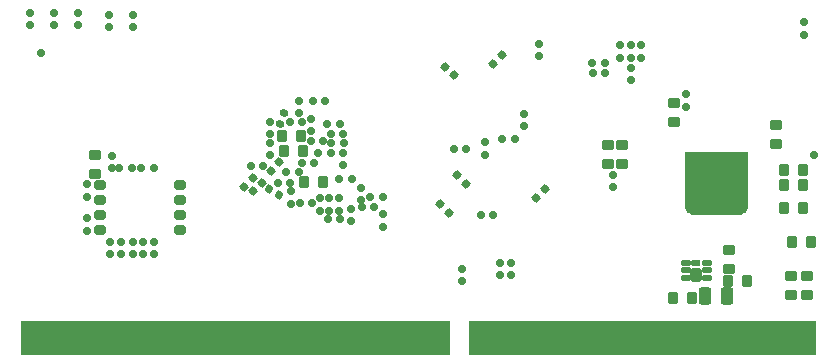
<source format=gbs>
G04*
G04 #@! TF.GenerationSoftware,Altium Limited,Altium Designer,22.5.1 (42)*
G04*
G04 Layer_Color=16711935*
%FSLAX24Y24*%
%MOIN*%
G70*
G04*
G04 #@! TF.SameCoordinates,15B8646E-C553-4937-87EE-17013A6B0CAB*
G04*
G04*
G04 #@! TF.FilePolarity,Negative*
G04*
G01*
G75*
%ADD29C,0.0277*%
G04:AMPARAMS|DCode=30|XSize=35.6mil|YSize=39.5mil|CornerRadius=7.4mil|HoleSize=0mil|Usage=FLASHONLY|Rotation=270.000|XOffset=0mil|YOffset=0mil|HoleType=Round|Shape=RoundedRectangle|*
%AMROUNDEDRECTD30*
21,1,0.0356,0.0246,0,0,270.0*
21,1,0.0207,0.0395,0,0,270.0*
1,1,0.0149,-0.0123,-0.0103*
1,1,0.0149,-0.0123,0.0103*
1,1,0.0149,0.0123,0.0103*
1,1,0.0149,0.0123,-0.0103*
%
%ADD30ROUNDEDRECTD30*%
%ADD32R,0.0374X0.1122*%
G04:AMPARAMS|DCode=40|XSize=58mil|YSize=43mil|CornerRadius=8.4mil|HoleSize=0mil|Usage=FLASHONLY|Rotation=270.000|XOffset=0mil|YOffset=0mil|HoleType=Round|Shape=RoundedRectangle|*
%AMROUNDEDRECTD40*
21,1,0.0580,0.0263,0,0,270.0*
21,1,0.0413,0.0430,0,0,270.0*
1,1,0.0168,-0.0131,-0.0206*
1,1,0.0168,-0.0131,0.0206*
1,1,0.0168,0.0131,0.0206*
1,1,0.0168,0.0131,-0.0206*
%
%ADD40ROUNDEDRECTD40*%
G04:AMPARAMS|DCode=41|XSize=23.7mil|YSize=27.7mil|CornerRadius=6mil|HoleSize=0mil|Usage=FLASHONLY|Rotation=180.000|XOffset=0mil|YOffset=0mil|HoleType=Round|Shape=RoundedRectangle|*
%AMROUNDEDRECTD41*
21,1,0.0237,0.0157,0,0,180.0*
21,1,0.0118,0.0277,0,0,180.0*
1,1,0.0119,-0.0059,0.0079*
1,1,0.0119,0.0059,0.0079*
1,1,0.0119,0.0059,-0.0079*
1,1,0.0119,-0.0059,-0.0079*
%
%ADD41ROUNDEDRECTD41*%
G04:AMPARAMS|DCode=42|XSize=23.7mil|YSize=27.7mil|CornerRadius=6mil|HoleSize=0mil|Usage=FLASHONLY|Rotation=270.000|XOffset=0mil|YOffset=0mil|HoleType=Round|Shape=RoundedRectangle|*
%AMROUNDEDRECTD42*
21,1,0.0237,0.0157,0,0,270.0*
21,1,0.0118,0.0277,0,0,270.0*
1,1,0.0119,-0.0079,-0.0059*
1,1,0.0119,-0.0079,0.0059*
1,1,0.0119,0.0079,0.0059*
1,1,0.0119,0.0079,-0.0059*
%
%ADD42ROUNDEDRECTD42*%
G04:AMPARAMS|DCode=45|XSize=35.6mil|YSize=39.5mil|CornerRadius=7.4mil|HoleSize=0mil|Usage=FLASHONLY|Rotation=180.000|XOffset=0mil|YOffset=0mil|HoleType=Round|Shape=RoundedRectangle|*
%AMROUNDEDRECTD45*
21,1,0.0356,0.0246,0,0,180.0*
21,1,0.0207,0.0395,0,0,180.0*
1,1,0.0149,-0.0103,0.0123*
1,1,0.0149,0.0103,0.0123*
1,1,0.0149,0.0103,-0.0123*
1,1,0.0149,-0.0103,-0.0123*
%
%ADD45ROUNDEDRECTD45*%
%ADD46C,0.0395*%
G04:AMPARAMS|DCode=81|XSize=39.5mil|YSize=30.8mil|CornerRadius=6.9mil|HoleSize=0mil|Usage=FLASHONLY|Rotation=180.000|XOffset=0mil|YOffset=0mil|HoleType=Round|Shape=RoundedRectangle|*
%AMROUNDEDRECTD81*
21,1,0.0395,0.0171,0,0,180.0*
21,1,0.0258,0.0308,0,0,180.0*
1,1,0.0137,-0.0129,0.0086*
1,1,0.0137,0.0129,0.0086*
1,1,0.0137,0.0129,-0.0086*
1,1,0.0137,-0.0129,-0.0086*
%
%ADD81ROUNDEDRECTD81*%
G04:AMPARAMS|DCode=82|XSize=21.8mil|YSize=31.6mil|CornerRadius=5.7mil|HoleSize=0mil|Usage=FLASHONLY|Rotation=90.000|XOffset=0mil|YOffset=0mil|HoleType=Round|Shape=RoundedRectangle|*
%AMROUNDEDRECTD82*
21,1,0.0218,0.0202,0,0,90.0*
21,1,0.0103,0.0316,0,0,90.0*
1,1,0.0114,0.0101,0.0052*
1,1,0.0114,0.0101,-0.0052*
1,1,0.0114,-0.0101,-0.0052*
1,1,0.0114,-0.0101,0.0052*
%
%ADD82ROUNDEDRECTD82*%
G04:AMPARAMS|DCode=83|XSize=21.8mil|YSize=30mil|CornerRadius=5.7mil|HoleSize=0mil|Usage=FLASHONLY|Rotation=90.000|XOffset=0mil|YOffset=0mil|HoleType=Round|Shape=RoundedRectangle|*
%AMROUNDEDRECTD83*
21,1,0.0218,0.0186,0,0,90.0*
21,1,0.0103,0.0300,0,0,90.0*
1,1,0.0114,0.0093,0.0052*
1,1,0.0114,0.0093,-0.0052*
1,1,0.0114,-0.0093,-0.0052*
1,1,0.0114,-0.0093,0.0052*
%
%ADD83ROUNDEDRECTD83*%
G04:AMPARAMS|DCode=84|XSize=43.4mil|YSize=39.5mil|CornerRadius=7.9mil|HoleSize=0mil|Usage=FLASHONLY|Rotation=90.000|XOffset=0mil|YOffset=0mil|HoleType=Round|Shape=RoundedRectangle|*
%AMROUNDEDRECTD84*
21,1,0.0434,0.0236,0,0,90.0*
21,1,0.0276,0.0395,0,0,90.0*
1,1,0.0159,0.0118,0.0138*
1,1,0.0159,0.0118,-0.0138*
1,1,0.0159,-0.0118,-0.0138*
1,1,0.0159,-0.0118,0.0138*
%
%ADD84ROUNDEDRECTD84*%
G04:AMPARAMS|DCode=85|XSize=23.7mil|YSize=27.7mil|CornerRadius=6mil|HoleSize=0mil|Usage=FLASHONLY|Rotation=225.000|XOffset=0mil|YOffset=0mil|HoleType=Round|Shape=RoundedRectangle|*
%AMROUNDEDRECTD85*
21,1,0.0237,0.0157,0,0,225.0*
21,1,0.0118,0.0277,0,0,225.0*
1,1,0.0119,-0.0097,0.0014*
1,1,0.0119,-0.0014,0.0097*
1,1,0.0119,0.0097,-0.0014*
1,1,0.0119,0.0014,-0.0097*
%
%ADD85ROUNDEDRECTD85*%
G04:AMPARAMS|DCode=86|XSize=23.7mil|YSize=27.7mil|CornerRadius=6mil|HoleSize=0mil|Usage=FLASHONLY|Rotation=150.000|XOffset=0mil|YOffset=0mil|HoleType=Round|Shape=RoundedRectangle|*
%AMROUNDEDRECTD86*
21,1,0.0237,0.0157,0,0,150.0*
21,1,0.0118,0.0277,0,0,150.0*
1,1,0.0119,-0.0012,0.0098*
1,1,0.0119,0.0091,0.0039*
1,1,0.0119,0.0012,-0.0098*
1,1,0.0119,-0.0091,-0.0039*
%
%ADD86ROUNDEDRECTD86*%
G04:AMPARAMS|DCode=87|XSize=23.7mil|YSize=27.7mil|CornerRadius=6mil|HoleSize=0mil|Usage=FLASHONLY|Rotation=250.000|XOffset=0mil|YOffset=0mil|HoleType=Round|Shape=RoundedRectangle|*
%AMROUNDEDRECTD87*
21,1,0.0237,0.0157,0,0,250.0*
21,1,0.0118,0.0277,0,0,250.0*
1,1,0.0119,-0.0094,-0.0029*
1,1,0.0119,-0.0054,0.0082*
1,1,0.0119,0.0094,0.0029*
1,1,0.0119,0.0054,-0.0082*
%
%ADD87ROUNDEDRECTD87*%
G04:AMPARAMS|DCode=88|XSize=23.7mil|YSize=27.7mil|CornerRadius=6mil|HoleSize=0mil|Usage=FLASHONLY|Rotation=135.000|XOffset=0mil|YOffset=0mil|HoleType=Round|Shape=RoundedRectangle|*
%AMROUNDEDRECTD88*
21,1,0.0237,0.0157,0,0,135.0*
21,1,0.0118,0.0277,0,0,135.0*
1,1,0.0119,0.0014,0.0097*
1,1,0.0119,0.0097,0.0014*
1,1,0.0119,-0.0014,-0.0097*
1,1,0.0119,-0.0097,-0.0014*
%
%ADD88ROUNDEDRECTD88*%
G36*
X24521Y6735D02*
Y4880D01*
X24300Y4660D01*
X22652Y4660D01*
X22426Y4885D01*
Y6735D01*
X24521D01*
D02*
G37*
D29*
X26709Y6628D02*
D03*
X932Y10033D02*
D03*
D30*
X25433Y7638D02*
D03*
Y7008D02*
D03*
X20300Y6980D02*
D03*
Y6350D02*
D03*
X22047Y8386D02*
D03*
Y7756D02*
D03*
X25945Y1969D02*
D03*
Y2598D02*
D03*
X26496Y1969D02*
D03*
Y2598D02*
D03*
X23876Y3481D02*
D03*
Y2851D02*
D03*
X19850Y6350D02*
D03*
Y6980D02*
D03*
X2740Y6656D02*
D03*
Y6026D02*
D03*
D32*
X18150Y560D02*
D03*
X14213D02*
D03*
X14016D02*
D03*
X13819D02*
D03*
X13622D02*
D03*
X10276D02*
D03*
X10079D02*
D03*
X9882D02*
D03*
X9685D02*
D03*
X9488D02*
D03*
X9291D02*
D03*
X9094D02*
D03*
X8898D02*
D03*
X8701D02*
D03*
X8504D02*
D03*
X8307D02*
D03*
X8110D02*
D03*
X7913D02*
D03*
X7717D02*
D03*
X7520D02*
D03*
X7323D02*
D03*
X7126D02*
D03*
X6929D02*
D03*
X6732D02*
D03*
X6535D02*
D03*
X13425D02*
D03*
X13228D02*
D03*
X6339D02*
D03*
X6142D02*
D03*
X5945D02*
D03*
X5748D02*
D03*
X5551D02*
D03*
X5354D02*
D03*
X5157D02*
D03*
X4961D02*
D03*
X4764D02*
D03*
X4567D02*
D03*
X4370D02*
D03*
X4173D02*
D03*
X3976D02*
D03*
X3780D02*
D03*
X3583D02*
D03*
X3386D02*
D03*
X3189D02*
D03*
X2992D02*
D03*
X2795D02*
D03*
X2598D02*
D03*
X13031D02*
D03*
X12835D02*
D03*
X2402D02*
D03*
X2205D02*
D03*
X2008D02*
D03*
X1811D02*
D03*
X1614D02*
D03*
X1417D02*
D03*
X1220D02*
D03*
X1024D02*
D03*
X827D02*
D03*
X630D02*
D03*
X433D02*
D03*
X12638D02*
D03*
X12441D02*
D03*
X12244D02*
D03*
X12047D02*
D03*
X11850D02*
D03*
X11654D02*
D03*
X11457D02*
D03*
X11260D02*
D03*
X11063D02*
D03*
X10866D02*
D03*
X10669D02*
D03*
X10472D02*
D03*
X14409D02*
D03*
X18346D02*
D03*
X18543D02*
D03*
X18740D02*
D03*
X18937D02*
D03*
X19134D02*
D03*
X19331D02*
D03*
X19528D02*
D03*
X19724D02*
D03*
X19921D02*
D03*
X20118D02*
D03*
X20315D02*
D03*
X20512D02*
D03*
X20709D02*
D03*
X20906D02*
D03*
X21102D02*
D03*
X21299D02*
D03*
X21496D02*
D03*
X21693D02*
D03*
X21890D02*
D03*
X22087D02*
D03*
X15394D02*
D03*
X22283D02*
D03*
X22480D02*
D03*
X22677D02*
D03*
X22874D02*
D03*
X23071D02*
D03*
X23268D02*
D03*
X23465D02*
D03*
X23661D02*
D03*
X23858D02*
D03*
X24055D02*
D03*
X24252D02*
D03*
X24449D02*
D03*
X24646D02*
D03*
X24843D02*
D03*
X25039D02*
D03*
X25236D02*
D03*
X25433D02*
D03*
X25630D02*
D03*
X25827D02*
D03*
X26024D02*
D03*
X15591D02*
D03*
X15787D02*
D03*
X26220D02*
D03*
X26417D02*
D03*
X26614D02*
D03*
X15984D02*
D03*
X16181D02*
D03*
X16378D02*
D03*
X16575D02*
D03*
X16772D02*
D03*
X16968D02*
D03*
X17165D02*
D03*
X17362D02*
D03*
X17559D02*
D03*
X17756D02*
D03*
X17953D02*
D03*
D40*
X23828Y1932D02*
D03*
X23080D02*
D03*
D41*
X3563Y6220D02*
D03*
X3976D02*
D03*
X4291Y6220D02*
D03*
X4705D02*
D03*
X14706Y6843D02*
D03*
X15120D02*
D03*
X10887Y5850D02*
D03*
X11300D02*
D03*
X12335Y5228D02*
D03*
X11922D02*
D03*
X9538Y6063D02*
D03*
X9124D02*
D03*
X10188Y6710D02*
D03*
X10602D02*
D03*
X9663Y7750D02*
D03*
X9250D02*
D03*
X10059Y6378D02*
D03*
X9646D02*
D03*
X9989Y5058D02*
D03*
X9575D02*
D03*
X7932Y6284D02*
D03*
X8345D02*
D03*
X10513Y4504D02*
D03*
X10926D02*
D03*
X11643Y4895D02*
D03*
X12056D02*
D03*
X9250Y5722D02*
D03*
X8836D02*
D03*
X10899Y7669D02*
D03*
X10486D02*
D03*
X19747Y9368D02*
D03*
X19333D02*
D03*
X19743Y9716D02*
D03*
X19330D02*
D03*
X11037Y7032D02*
D03*
X10623D02*
D03*
X10423Y8445D02*
D03*
X10010D02*
D03*
X9937Y7125D02*
D03*
X10351D02*
D03*
X11030Y7357D02*
D03*
X10617D02*
D03*
X16013Y4650D02*
D03*
X15600D02*
D03*
X16741Y7190D02*
D03*
X16328D02*
D03*
D42*
X3228Y10906D02*
D03*
Y11319D02*
D03*
X4016Y10906D02*
D03*
Y11319D02*
D03*
X26378Y10650D02*
D03*
Y11063D02*
D03*
X2165Y11378D02*
D03*
Y10965D02*
D03*
X1378Y11378D02*
D03*
Y10965D02*
D03*
X591Y11378D02*
D03*
Y10965D02*
D03*
X22450Y8250D02*
D03*
Y8663D02*
D03*
X9275Y5437D02*
D03*
Y5024D02*
D03*
X10233Y5198D02*
D03*
Y4785D02*
D03*
X12350Y4663D02*
D03*
Y4250D02*
D03*
X4000Y3337D02*
D03*
Y3750D02*
D03*
X20600Y10300D02*
D03*
Y9887D02*
D03*
X20250D02*
D03*
Y10300D02*
D03*
X11007Y6305D02*
D03*
Y6718D02*
D03*
X3250Y3337D02*
D03*
Y3750D02*
D03*
X3600Y3337D02*
D03*
Y3750D02*
D03*
X16600Y2637D02*
D03*
Y3050D02*
D03*
X17050Y7600D02*
D03*
Y8013D02*
D03*
X8588Y7742D02*
D03*
Y7328D02*
D03*
X20000Y5571D02*
D03*
Y5984D02*
D03*
X8583Y7047D02*
D03*
Y6634D02*
D03*
X11289Y4856D02*
D03*
Y4442D02*
D03*
X11612Y5135D02*
D03*
Y5549D02*
D03*
X10865Y5196D02*
D03*
Y4782D02*
D03*
X4700Y3337D02*
D03*
Y3750D02*
D03*
X4350Y3337D02*
D03*
Y3750D02*
D03*
X2480Y5669D02*
D03*
Y5256D02*
D03*
X3298Y6612D02*
D03*
Y6198D02*
D03*
X20950Y9887D02*
D03*
Y10300D02*
D03*
X20600Y9137D02*
D03*
Y9550D02*
D03*
X17557Y10354D02*
D03*
Y9941D02*
D03*
X15750Y6650D02*
D03*
Y7063D02*
D03*
X9950Y7437D02*
D03*
Y7850D02*
D03*
X9550Y8450D02*
D03*
Y8037D02*
D03*
X14967Y2433D02*
D03*
Y2846D02*
D03*
X16250Y2637D02*
D03*
Y3050D02*
D03*
X10539Y4790D02*
D03*
Y5204D02*
D03*
X2470Y4122D02*
D03*
Y4536D02*
D03*
D45*
X22656Y1875D02*
D03*
X22026D02*
D03*
X23855Y2459D02*
D03*
X24485D02*
D03*
X9606Y7283D02*
D03*
X8976D02*
D03*
X25709Y5630D02*
D03*
X26339D02*
D03*
X26339Y4882D02*
D03*
X25709D02*
D03*
X26339Y6142D02*
D03*
X25709D02*
D03*
X25984Y3740D02*
D03*
X26614D02*
D03*
X10336Y5753D02*
D03*
X9706D02*
D03*
X9061Y6772D02*
D03*
X9691D02*
D03*
D46*
X24311Y6545D02*
D03*
X22628Y4862D02*
D03*
X24311D02*
D03*
X23189Y5423D02*
D03*
Y5984D02*
D03*
X23750Y6545D02*
D03*
X23189Y4862D02*
D03*
X23750Y5423D02*
D03*
Y5984D02*
D03*
X23189Y6545D02*
D03*
X24311Y5423D02*
D03*
X22628Y6545D02*
D03*
X23750Y4862D02*
D03*
X22628Y5984D02*
D03*
Y5423D02*
D03*
X24311Y5984D02*
D03*
D81*
X5591Y4646D02*
D03*
Y4146D02*
D03*
Y5646D02*
D03*
Y5146D02*
D03*
X2913Y5646D02*
D03*
Y4146D02*
D03*
Y4646D02*
D03*
Y5146D02*
D03*
D82*
X23150Y2795D02*
D03*
X22441Y3051D02*
D03*
X23150D02*
D03*
X22441Y2795D02*
D03*
Y2539D02*
D03*
X23150D02*
D03*
D83*
X22795Y3051D02*
D03*
D84*
Y2638D02*
D03*
D85*
X8599Y6121D02*
D03*
X8891Y6413D02*
D03*
X7717Y5591D02*
D03*
X8009Y5884D02*
D03*
X8010Y5430D02*
D03*
X8302Y5723D02*
D03*
X17445Y5218D02*
D03*
X17737Y5510D02*
D03*
X16306Y9979D02*
D03*
X16013Y9687D02*
D03*
D86*
X8897Y5303D02*
D03*
X8539Y5510D02*
D03*
D87*
X9063Y8052D02*
D03*
X8922Y7664D02*
D03*
D88*
X14700Y9300D02*
D03*
X14408Y9592D02*
D03*
X14829Y5982D02*
D03*
X15121Y5690D02*
D03*
X14542Y4708D02*
D03*
X14250Y5000D02*
D03*
M02*

</source>
